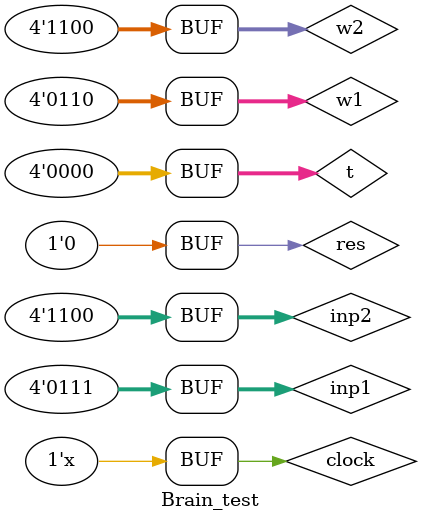
<source format=v>
`timescale 1ns / 1ps
module Brain_test();

reg [3:0]inp1,inp2,w1,w2,t;
reg clock,res;
wire [3:0]out;

human_brain h1(inp1,inp2,clock,w1,w2,out,res,t);


initial
begin
clock = 1'b0;
end

always  
begin #10 clock =~clock; end

initial 

begin

#20 inp1=1110 ; inp2=0110 ;w1=1111 ; w2=1101; res=1 ;t=0000;
#20 inp1=1000 ; inp2=0010 ;w1=1011 ; w2=1111; res=0 ;t=0000;
#20 inp1=1010 ; inp2=1110 ;w1=1101 ; w2=0001; res=0 ;t=0000;
#20 inp1=0110 ; inp2=0111 ;w1=0111 ; w2=1101; res=0 ;t=0000;
#20 inp1=1111 ; inp2=1100 ;w1=1110 ; w2=1100; res=0 ;t=0000;
    

end
endmodule

</source>
